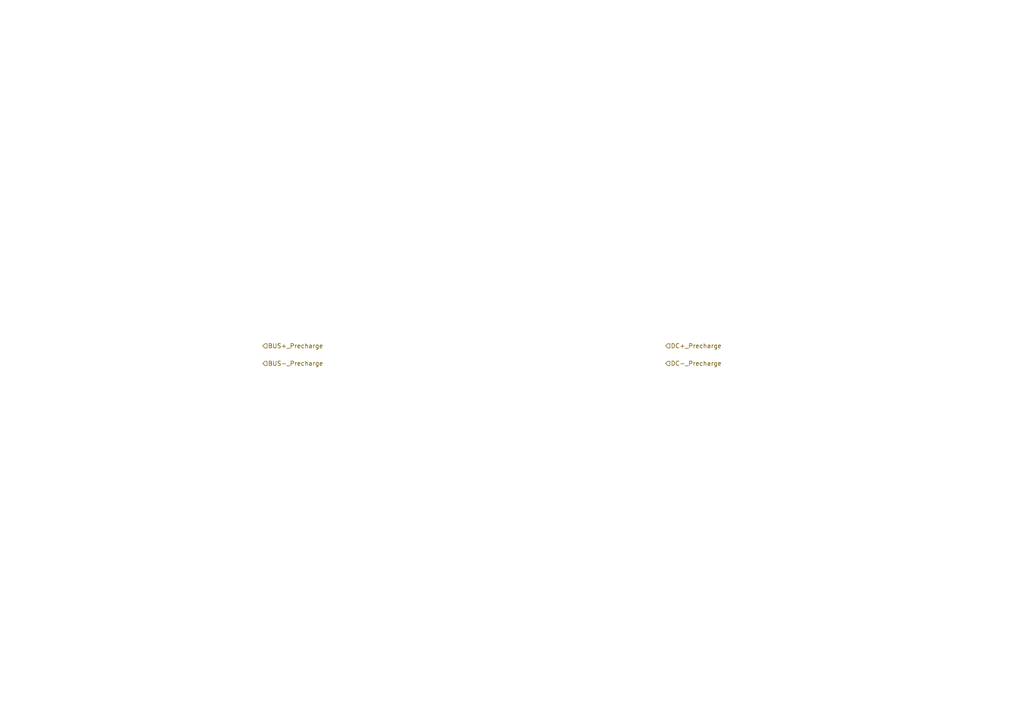
<source format=kicad_sch>
(kicad_sch
	(version 20250114)
	(generator "eeschema")
	(generator_version "9.0")
	(uuid "f4b352cf-a161-44bf-8221-9cd9798f743b")
	(paper "A4")
	(lib_symbols)
	(hierarchical_label "BUS+_Precharge"
		(shape input)
		(at 76.2 100.33 0)
		(effects
			(font
				(size 1.27 1.27)
			)
			(justify left)
		)
		(uuid "1079e40c-33b8-4bfd-a7bc-240fad2c1d32")
	)
	(hierarchical_label "DC-_Precharge"
		(shape input)
		(at 193.04 105.41 0)
		(effects
			(font
				(size 1.27 1.27)
			)
			(justify left)
		)
		(uuid "1934b020-224b-4db7-88c1-b8b1d343ce25")
	)
	(hierarchical_label "DC+_Precharge"
		(shape input)
		(at 193.04 100.33 0)
		(effects
			(font
				(size 1.27 1.27)
			)
			(justify left)
		)
		(uuid "de0bfcf4-e095-4635-b17d-c20ae419f0f7")
	)
	(hierarchical_label "BUS-_Precharge"
		(shape input)
		(at 76.2 105.41 0)
		(effects
			(font
				(size 1.27 1.27)
			)
			(justify left)
		)
		(uuid "f2c20045-6a56-4f79-8773-f028384aed1c")
	)
)

</source>
